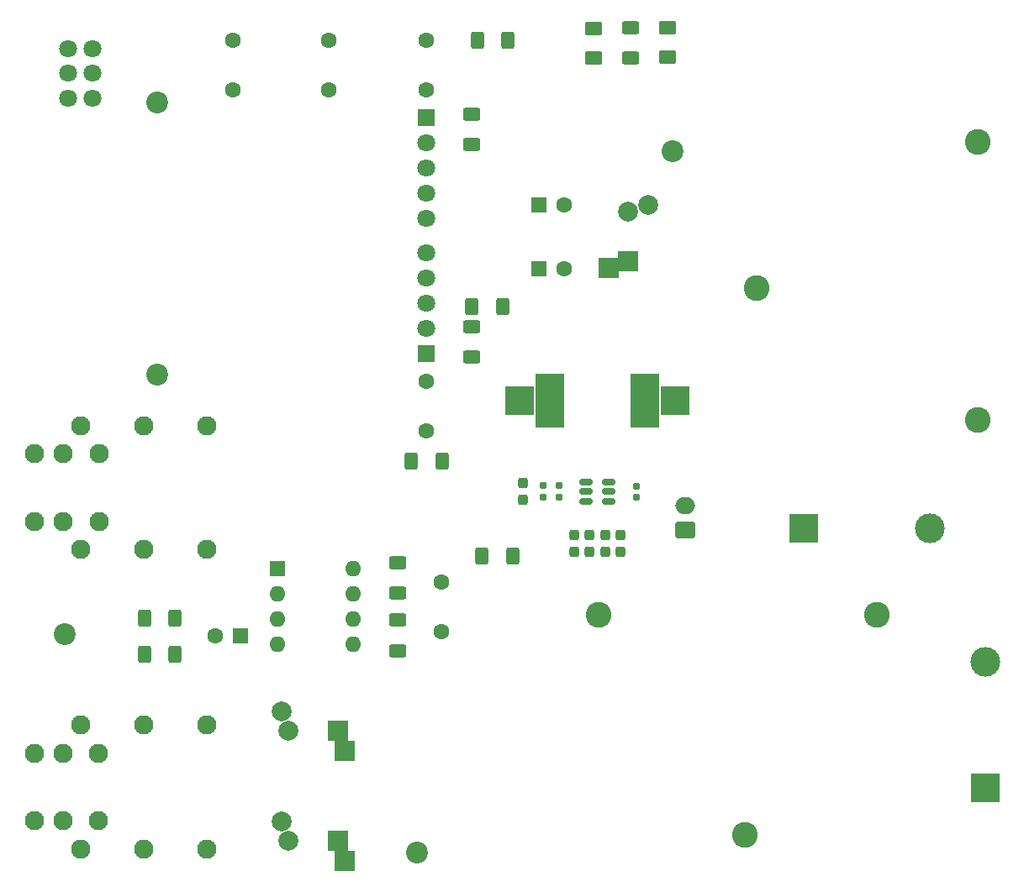
<source format=gbr>
%TF.GenerationSoftware,KiCad,Pcbnew,(6.0.0)*%
%TF.CreationDate,2022-08-03T23:17:49+01:00*%
%TF.ProjectId,Tube Headphone project V3,54756265-2048-4656-9164-70686f6e6520,rev?*%
%TF.SameCoordinates,Original*%
%TF.FileFunction,Soldermask,Top*%
%TF.FilePolarity,Negative*%
%FSLAX46Y46*%
G04 Gerber Fmt 4.6, Leading zero omitted, Abs format (unit mm)*
G04 Created by KiCad (PCBNEW (6.0.0)) date 2022-08-03 23:17:49*
%MOMM*%
%LPD*%
G01*
G04 APERTURE LIST*
G04 Aperture macros list*
%AMRoundRect*
0 Rectangle with rounded corners*
0 $1 Rounding radius*
0 $2 $3 $4 $5 $6 $7 $8 $9 X,Y pos of 4 corners*
0 Add a 4 corners polygon primitive as box body*
4,1,4,$2,$3,$4,$5,$6,$7,$8,$9,$2,$3,0*
0 Add four circle primitives for the rounded corners*
1,1,$1+$1,$2,$3*
1,1,$1+$1,$4,$5*
1,1,$1+$1,$6,$7*
1,1,$1+$1,$8,$9*
0 Add four rect primitives between the rounded corners*
20,1,$1+$1,$2,$3,$4,$5,0*
20,1,$1+$1,$4,$5,$6,$7,0*
20,1,$1+$1,$6,$7,$8,$9,0*
20,1,$1+$1,$8,$9,$2,$3,0*%
G04 Aperture macros list end*
%ADD10C,2.200000*%
%ADD11C,2.600000*%
%ADD12R,3.000000X3.000000*%
%ADD13C,3.000000*%
%ADD14RoundRect,0.250000X0.625000X-0.400000X0.625000X0.400000X-0.625000X0.400000X-0.625000X-0.400000X0*%
%ADD15C,1.950000*%
%ADD16RoundRect,0.237500X0.237500X-0.300000X0.237500X0.300000X-0.237500X0.300000X-0.237500X-0.300000X0*%
%ADD17RoundRect,0.250000X0.400000X0.625000X-0.400000X0.625000X-0.400000X-0.625000X0.400000X-0.625000X0*%
%ADD18R,1.600000X1.600000*%
%ADD19C,1.600000*%
%ADD20O,1.600000X1.600000*%
%ADD21R,1.800000X1.800000*%
%ADD22C,1.800000*%
%ADD23R,2.000000X2.000000*%
%ADD24C,2.000000*%
%ADD25R,3.000000X5.500000*%
%ADD26RoundRect,0.250000X-0.625000X0.400000X-0.625000X-0.400000X0.625000X-0.400000X0.625000X0.400000X0*%
%ADD27RoundRect,0.250001X-0.624999X0.462499X-0.624999X-0.462499X0.624999X-0.462499X0.624999X0.462499X0*%
%ADD28RoundRect,0.250001X0.624999X-0.462499X0.624999X0.462499X-0.624999X0.462499X-0.624999X-0.462499X0*%
%ADD29RoundRect,0.250000X-0.400000X-0.625000X0.400000X-0.625000X0.400000X0.625000X-0.400000X0.625000X0*%
%ADD30RoundRect,0.155000X-0.155000X0.212500X-0.155000X-0.212500X0.155000X-0.212500X0.155000X0.212500X0*%
%ADD31R,3.000000X2.900000*%
%ADD32RoundRect,0.150000X0.512500X0.150000X-0.512500X0.150000X-0.512500X-0.150000X0.512500X-0.150000X0*%
%ADD33RoundRect,0.160000X-0.160000X0.197500X-0.160000X-0.197500X0.160000X-0.197500X0.160000X0.197500X0*%
%ADD34RoundRect,0.160000X0.160000X-0.197500X0.160000X0.197500X-0.160000X0.197500X-0.160000X-0.197500X0*%
%ADD35RoundRect,0.250000X0.750000X-0.600000X0.750000X0.600000X-0.750000X0.600000X-0.750000X-0.600000X0*%
%ADD36O,2.000000X1.700000*%
G04 APERTURE END LIST*
D10*
%TO.C,REF\u002A\u002A*%
X198880000Y-131080000D03*
%TD*%
%TO.C,REF\u002A\u002A*%
X224580000Y-60380000D03*
%TD*%
%TO.C,REF\u002A\u002A*%
X163390000Y-109090000D03*
%TD*%
%TO.C,REF\u002A\u002A*%
X172710000Y-82950000D03*
%TD*%
%TO.C,REF\u002A\u002A*%
X172730000Y-55460000D03*
%TD*%
D11*
%TO.C,BT1*%
X245167904Y-107122371D03*
X217167904Y-107122371D03*
X231917904Y-129322371D03*
D12*
X256067904Y-124572371D03*
D13*
X256067904Y-111872371D03*
%TD*%
D14*
%TO.C,R3*%
X204390000Y-81190000D03*
X204390000Y-78090000D03*
%TD*%
D15*
%TO.C,J1*%
X171390000Y-100552670D03*
X171390000Y-88052670D03*
X163240000Y-97702670D03*
X163240000Y-90902670D03*
X165040000Y-88052670D03*
X160340000Y-90902670D03*
X165040000Y-100552670D03*
X160340000Y-97702670D03*
X166840000Y-90902670D03*
X166840000Y-97702670D03*
X177740000Y-100552670D03*
X177740000Y-88052670D03*
%TD*%
D16*
%TO.C,C15*%
X217800000Y-100822500D03*
X217800000Y-99097500D03*
%TD*%
D17*
%TO.C,R11*%
X208510000Y-101230332D03*
X205410000Y-101230332D03*
%TD*%
D18*
%TO.C,C13*%
X211161167Y-65810000D03*
D19*
X213661167Y-65810000D03*
%TD*%
D16*
%TO.C,C1*%
X209583119Y-95582500D03*
X209583119Y-93857500D03*
%TD*%
D18*
%TO.C,U3*%
X184805000Y-102505000D03*
D20*
X184805000Y-105045000D03*
X184805000Y-107585000D03*
X184805000Y-110125000D03*
X192425000Y-110125000D03*
X192425000Y-107585000D03*
X192425000Y-105045000D03*
X192425000Y-102505000D03*
%TD*%
D21*
%TO.C,U2*%
X199775112Y-80850000D03*
D22*
X199775112Y-78310000D03*
X199775112Y-75770000D03*
X199775112Y-73230000D03*
X199775112Y-70690000D03*
%TD*%
D18*
%TO.C,C5*%
X211161167Y-72240000D03*
D19*
X213661167Y-72240000D03*
%TD*%
D22*
%TO.C,RV1*%
X163700000Y-50070000D03*
X163700000Y-52570000D03*
X163700000Y-55070000D03*
X166200000Y-50070000D03*
X166200000Y-52570000D03*
X166200000Y-55070000D03*
%TD*%
D23*
%TO.C,C10*%
X220137362Y-71530591D03*
X218137362Y-72202735D03*
D24*
X222137362Y-65858447D03*
X220137362Y-66530591D03*
%TD*%
D14*
%TO.C,R10*%
X196932449Y-110755000D03*
X196932449Y-107655000D03*
%TD*%
D16*
%TO.C,C14*%
X219360198Y-100822500D03*
X219360198Y-99097500D03*
%TD*%
D23*
%TO.C,C12*%
X191627689Y-131938024D03*
X190955545Y-129938024D03*
D24*
X185283401Y-127938024D03*
X185955545Y-129938024D03*
%TD*%
D23*
%TO.C,C11*%
X190955545Y-118841976D03*
X191627689Y-120841976D03*
D24*
X185955545Y-118841976D03*
X185283401Y-116841976D03*
%TD*%
D25*
%TO.C,REF\u002A\u002A*%
X212280000Y-85540000D03*
X221780000Y-85540000D03*
%TD*%
D26*
%TO.C,R2*%
X204390000Y-56660000D03*
X204390000Y-59760000D03*
%TD*%
D18*
%TO.C,C9*%
X181075113Y-109296335D03*
D19*
X178575113Y-109296335D03*
%TD*%
D27*
%TO.C,D2*%
X216690000Y-48015000D03*
X216690000Y-50990000D03*
%TD*%
D28*
%TO.C,D1*%
X224090000Y-50945000D03*
X224090000Y-47970000D03*
%TD*%
D17*
%TO.C,R5*%
X201390000Y-91650000D03*
X198290000Y-91650000D03*
%TD*%
%TO.C,R9*%
X174510000Y-107476335D03*
X171410000Y-107476335D03*
%TD*%
D29*
%TO.C,R6*%
X204955112Y-49260000D03*
X208055112Y-49260000D03*
%TD*%
D30*
%TO.C,C2*%
X220964485Y-94158629D03*
X220964485Y-95293629D03*
%TD*%
D14*
%TO.C,R1*%
X220390000Y-51030000D03*
X220390000Y-47930000D03*
%TD*%
D31*
%TO.C,L1*%
X209180000Y-85540000D03*
X224880000Y-85540000D03*
%TD*%
D19*
%TO.C,C17*%
X201320000Y-108805000D03*
X201320000Y-103805000D03*
%TD*%
D32*
%TO.C,U4*%
X218167500Y-95686129D03*
X218167500Y-94736129D03*
X218167500Y-93786129D03*
X215892500Y-93786129D03*
X215892500Y-94736129D03*
X215892500Y-95686129D03*
%TD*%
D33*
%TO.C,R13*%
X213152150Y-94128629D03*
X213152150Y-95323629D03*
%TD*%
D21*
%TO.C,U1*%
X199775112Y-57017741D03*
D22*
X199775112Y-59557741D03*
X199775112Y-62097741D03*
X199775112Y-64637741D03*
X199775112Y-67177741D03*
%TD*%
D34*
%TO.C,R12*%
X211582150Y-95323629D03*
X211582150Y-94128629D03*
%TD*%
D35*
%TO.C,Power SW*%
X225880000Y-98620000D03*
D36*
X225880000Y-96120000D03*
%TD*%
D17*
%TO.C,R4*%
X207500000Y-76030000D03*
X204400000Y-76030000D03*
%TD*%
D16*
%TO.C,C16*%
X216239803Y-100822500D03*
X216239803Y-99097500D03*
%TD*%
D19*
%TO.C,C8*%
X199775112Y-49259315D03*
X199775112Y-54259315D03*
%TD*%
%TO.C,C7*%
X199775112Y-88630454D03*
X199775112Y-83630454D03*
%TD*%
D26*
%TO.C,R7*%
X196932449Y-101855000D03*
X196932449Y-104955000D03*
%TD*%
D16*
%TO.C,C4*%
X214679606Y-100822500D03*
X214679606Y-99097500D03*
%TD*%
D15*
%TO.C,J2*%
X163210000Y-127890000D03*
X163210000Y-121090000D03*
X171360000Y-130740000D03*
X171360000Y-118240000D03*
X165010000Y-130740000D03*
X160310000Y-127890000D03*
X160310000Y-121090000D03*
X165010000Y-118240000D03*
X166810000Y-121090000D03*
X177710000Y-118240000D03*
X166810000Y-127890000D03*
X177710000Y-130740000D03*
%TD*%
D19*
%TO.C,C6*%
X180300000Y-49259315D03*
X180300000Y-54259315D03*
%TD*%
D11*
%TO.C,BT2*%
X255311456Y-59490000D03*
X233111456Y-74240000D03*
X255311456Y-87490000D03*
D12*
X237861456Y-98390000D03*
D13*
X250561456Y-98390000D03*
%TD*%
D17*
%TO.C,R8*%
X174510000Y-111116335D03*
X171410000Y-111116335D03*
%TD*%
D19*
%TO.C,C3*%
X190010000Y-49259315D03*
X190010000Y-54259315D03*
%TD*%
M02*

</source>
